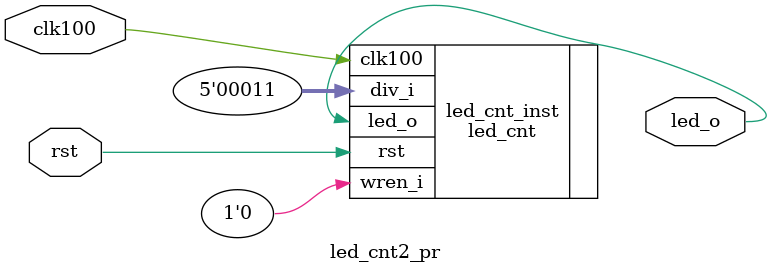
<source format=sv>

module led_cnt2_pr (
  input         rst,
  input         clk100,
  output        led_o
);
///////////////////////////////////////////////////////////////////////////////////////////////////

 led_cnt led_cnt_inst (
   .rst    (rst      ),
   .clk100 (clk100   ),
   .div_i  (5'h3     ),
   .wren_i (1'b0     ),
   .led_o  (led_o    )
 );

endmodule

</source>
